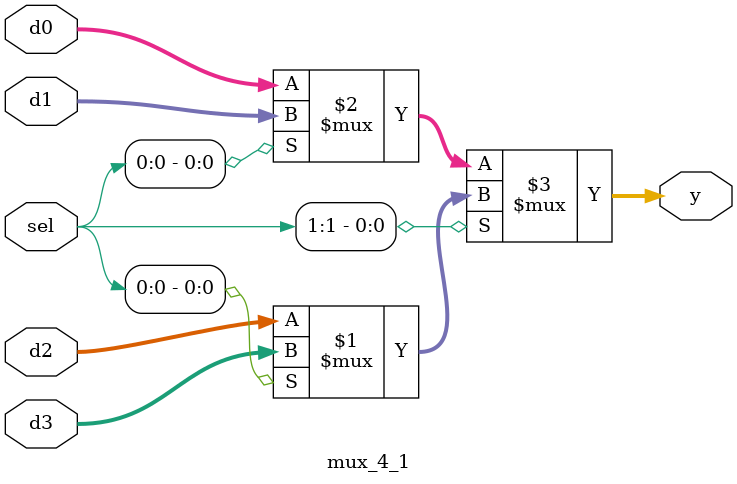
<source format=sv>

module mux_2_1
  (
    input  [3:0] d0, d1,
    input        sel,
    output [3:0] y
  );

  assign y = sel ? d1 : d0;

endmodule

//----------------------------------------------------------------------------
// Task
//----------------------------------------------------------------------------

module mux_4_1
  (
    input  [3:0] d0, d1, d2, d3,
    input  [1:0] sel,
    output [3:0] y
  );

  // Task:
  // Using code for mux_2_1 as an example,
  // write code for 4:1 mux using "?:" operator
  assign y = sel[1] ? (sel[0] ? d3 : d2)
         : (sel[0] ? d1 : d0);

endmodule

</source>
